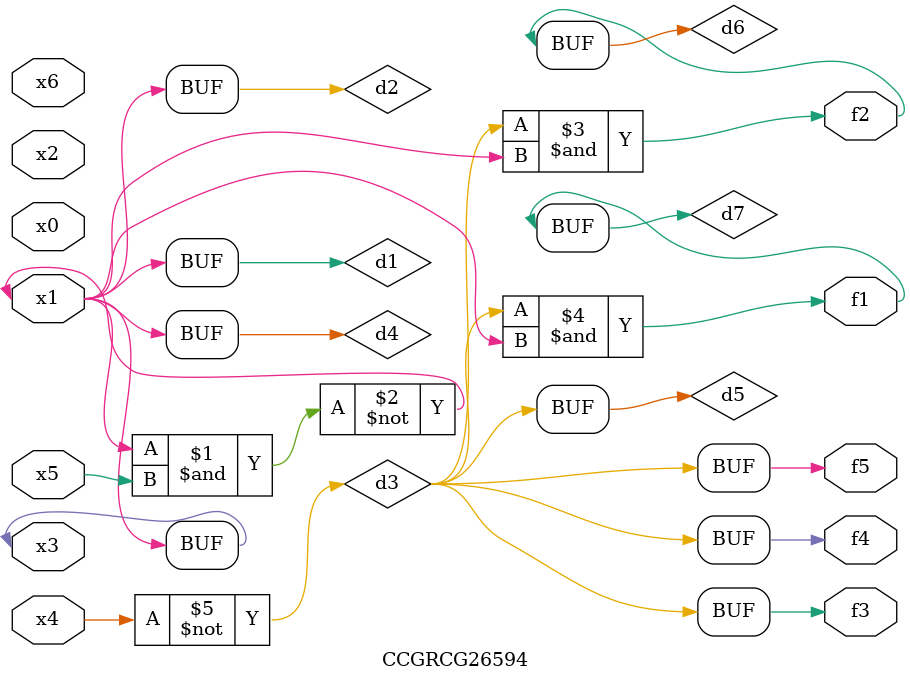
<source format=v>
module CCGRCG26594(
	input x0, x1, x2, x3, x4, x5, x6,
	output f1, f2, f3, f4, f5
);

	wire d1, d2, d3, d4, d5, d6, d7;

	buf (d1, x1, x3);
	nand (d2, x1, x5);
	not (d3, x4);
	buf (d4, d1, d2);
	buf (d5, d3);
	and (d6, d3, d4);
	and (d7, d3, d4);
	assign f1 = d7;
	assign f2 = d6;
	assign f3 = d5;
	assign f4 = d5;
	assign f5 = d5;
endmodule

</source>
